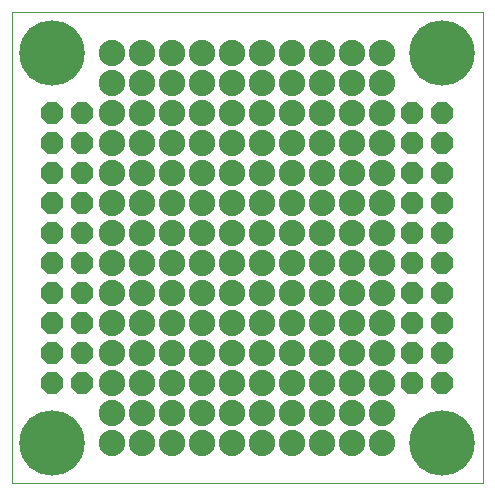
<source format=gbr>
G75*
%MOIN*%
%OFA0B0*%
%FSLAX24Y24*%
%IPPOS*%
%LPD*%
%AMOC8*
5,1,8,0,0,1.08239X$1,22.5*
%
%ADD10C,0.0010*%
%ADD11OC8,0.0720*%
%ADD12C,0.2180*%
%ADD13C,0.0880*%
D10*
X000160Y000160D02*
X000160Y015860D01*
X015860Y015860D01*
X015860Y000160D01*
X000160Y000160D01*
D11*
X001510Y003510D03*
X002510Y003510D03*
X002510Y004510D03*
X002510Y005510D03*
X002510Y006510D03*
X002510Y007510D03*
X001510Y007510D03*
X001510Y006510D03*
X001510Y005510D03*
X001510Y004510D03*
X001510Y008510D03*
X001510Y009510D03*
X001510Y010510D03*
X001510Y011510D03*
X002510Y011510D03*
X002510Y010510D03*
X002510Y009510D03*
X002510Y008510D03*
X002510Y012510D03*
X001510Y012510D03*
X013510Y012510D03*
X014510Y012510D03*
X014510Y011510D03*
X014510Y010510D03*
X014510Y009510D03*
X014510Y008510D03*
X013510Y008510D03*
X013510Y009510D03*
X013510Y010510D03*
X013510Y011510D03*
X013510Y007510D03*
X013510Y006510D03*
X013510Y005510D03*
X013510Y004510D03*
X014510Y004510D03*
X014510Y005510D03*
X014510Y006510D03*
X014510Y007510D03*
X014510Y003510D03*
X013510Y003510D03*
D12*
X014510Y001510D03*
X014510Y014510D03*
X001510Y014510D03*
X001510Y001510D03*
D13*
X003510Y001510D03*
X003510Y002510D03*
X003510Y003510D03*
X003510Y004510D03*
X003510Y005510D03*
X003510Y006510D03*
X003510Y007510D03*
X003510Y008510D03*
X003510Y009510D03*
X003510Y010510D03*
X003510Y011510D03*
X003510Y012510D03*
X003510Y013510D03*
X003510Y014510D03*
X004510Y014510D03*
X004510Y013510D03*
X004510Y012510D03*
X005510Y012510D03*
X005510Y013510D03*
X005510Y014510D03*
X006510Y014510D03*
X006510Y013510D03*
X006510Y012510D03*
X007510Y012510D03*
X007510Y013510D03*
X007510Y014510D03*
X008510Y014510D03*
X008510Y013510D03*
X008510Y012510D03*
X009510Y012510D03*
X009510Y013510D03*
X009510Y014510D03*
X010510Y014510D03*
X010510Y013510D03*
X010510Y012510D03*
X011510Y012510D03*
X011510Y013510D03*
X011510Y014510D03*
X012510Y014510D03*
X012510Y013510D03*
X012510Y012510D03*
X012510Y011510D03*
X012510Y010510D03*
X012510Y009510D03*
X012510Y008510D03*
X012510Y007510D03*
X012510Y006510D03*
X012510Y005510D03*
X012510Y004510D03*
X012510Y003510D03*
X012510Y002510D03*
X012510Y001510D03*
X011510Y001510D03*
X011510Y002510D03*
X011510Y003510D03*
X010510Y003510D03*
X010510Y002510D03*
X010510Y001510D03*
X009510Y001510D03*
X009510Y002510D03*
X009510Y003510D03*
X008510Y003510D03*
X008510Y002510D03*
X008510Y001510D03*
X007510Y001510D03*
X007510Y002510D03*
X007510Y003510D03*
X006510Y003510D03*
X006510Y002510D03*
X006510Y001510D03*
X005510Y001510D03*
X005510Y002510D03*
X005510Y003510D03*
X004510Y003510D03*
X004510Y002510D03*
X004510Y001510D03*
X004510Y004510D03*
X004510Y005510D03*
X004510Y006510D03*
X004510Y007510D03*
X005510Y007510D03*
X005510Y006510D03*
X005510Y005510D03*
X005510Y004510D03*
X006510Y004510D03*
X006510Y005510D03*
X006510Y006510D03*
X006510Y007510D03*
X007510Y007510D03*
X007510Y006510D03*
X007510Y005510D03*
X007510Y004510D03*
X008510Y004510D03*
X008510Y005510D03*
X008510Y006510D03*
X008510Y007510D03*
X009510Y007510D03*
X009510Y006510D03*
X009510Y005510D03*
X009510Y004510D03*
X010510Y004510D03*
X010510Y005510D03*
X010510Y006510D03*
X010510Y007510D03*
X011510Y007510D03*
X011510Y006510D03*
X011510Y005510D03*
X011510Y004510D03*
X011510Y008510D03*
X011510Y009510D03*
X011510Y010510D03*
X011510Y011510D03*
X010510Y011510D03*
X010510Y010510D03*
X010510Y009510D03*
X010510Y008510D03*
X009510Y008510D03*
X009510Y009510D03*
X009510Y010510D03*
X009510Y011510D03*
X008510Y011510D03*
X008510Y010510D03*
X008510Y009510D03*
X008510Y008510D03*
X007510Y008510D03*
X007510Y009510D03*
X007510Y010510D03*
X007510Y011510D03*
X006510Y011510D03*
X006510Y010510D03*
X006510Y009510D03*
X006510Y008510D03*
X005510Y008510D03*
X005510Y009510D03*
X005510Y010510D03*
X005510Y011510D03*
X004510Y011510D03*
X004510Y010510D03*
X004510Y009510D03*
X004510Y008510D03*
M02*

</source>
